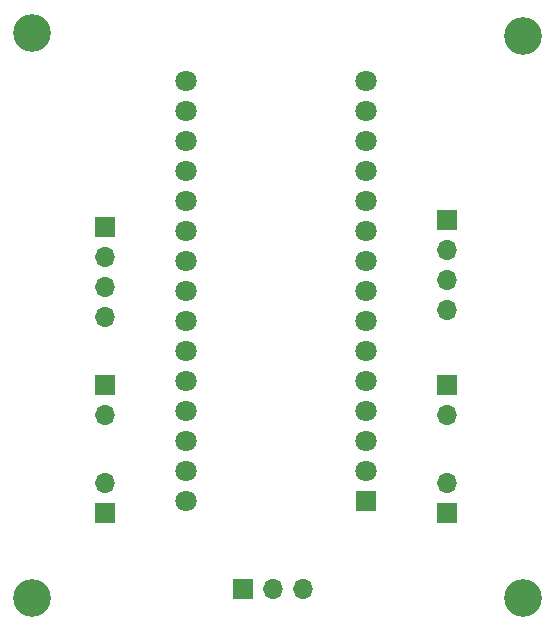
<source format=gbr>
%TF.GenerationSoftware,KiCad,Pcbnew,(6.0.4)*%
%TF.CreationDate,2022-10-02T20:23:54-04:00*%
%TF.ProjectId,NANO_HAT,4e414e4f-5f48-4415-942e-6b696361645f,rev?*%
%TF.SameCoordinates,Original*%
%TF.FileFunction,Soldermask,Top*%
%TF.FilePolarity,Negative*%
%FSLAX46Y46*%
G04 Gerber Fmt 4.6, Leading zero omitted, Abs format (unit mm)*
G04 Created by KiCad (PCBNEW (6.0.4)) date 2022-10-02 20:23:54*
%MOMM*%
%LPD*%
G01*
G04 APERTURE LIST*
%ADD10R,1.700000X1.700000*%
%ADD11O,1.700000X1.700000*%
%ADD12C,3.200000*%
%ADD13R,1.800000X1.800000*%
%ADD14C,1.800000*%
G04 APERTURE END LIST*
D10*
%TO.C,J5*%
X176750000Y-93750000D03*
D11*
X176750000Y-96290000D03*
%TD*%
D12*
%TO.C,H1*%
X183200000Y-64200000D03*
%TD*%
D10*
%TO.C,J7*%
X176700000Y-79775000D03*
D11*
X176700000Y-82315000D03*
X176700000Y-84855000D03*
X176700000Y-87395000D03*
%TD*%
D10*
%TO.C,J2*%
X176750000Y-104600000D03*
D11*
X176750000Y-102060000D03*
%TD*%
D13*
%TO.C,TB1*%
X169840000Y-103580000D03*
D14*
X169840000Y-101040000D03*
X169840000Y-98500000D03*
X169840000Y-95960000D03*
X169840000Y-93420000D03*
X169840000Y-90880000D03*
X169840000Y-88340000D03*
X169840000Y-85800000D03*
X169840000Y-83260000D03*
X169840000Y-80720000D03*
X169840000Y-78180000D03*
X169840000Y-75640000D03*
X169840000Y-73100000D03*
X169840000Y-70560000D03*
X169840000Y-68020000D03*
X154600000Y-68020000D03*
X154600000Y-70560000D03*
X154600000Y-73100000D03*
X154600000Y-75640000D03*
X154600000Y-78180000D03*
X154600000Y-80720000D03*
X154600000Y-83260000D03*
X154600000Y-85800000D03*
X154600000Y-88340000D03*
X154600000Y-90880000D03*
X154600000Y-93420000D03*
X154600000Y-95960000D03*
X154600000Y-98500000D03*
X154600000Y-101040000D03*
X154600000Y-103580000D03*
%TD*%
D10*
%TO.C,J3*%
X147800000Y-93775000D03*
D11*
X147800000Y-96315000D03*
%TD*%
D10*
%TO.C,J4*%
X147800000Y-80400000D03*
D11*
X147800000Y-82940000D03*
X147800000Y-85480000D03*
X147800000Y-88020000D03*
%TD*%
D12*
%TO.C,H3*%
X141600000Y-111800000D03*
%TD*%
D10*
%TO.C,J6*%
X147800000Y-104625000D03*
D11*
X147800000Y-102085000D03*
%TD*%
D12*
%TO.C,H4*%
X183200000Y-111800000D03*
%TD*%
D10*
%TO.C,J1*%
X159475000Y-111000000D03*
D11*
X162015000Y-111000000D03*
X164555000Y-111000000D03*
%TD*%
D12*
%TO.C,H2*%
X141600000Y-64000000D03*
%TD*%
M02*

</source>
